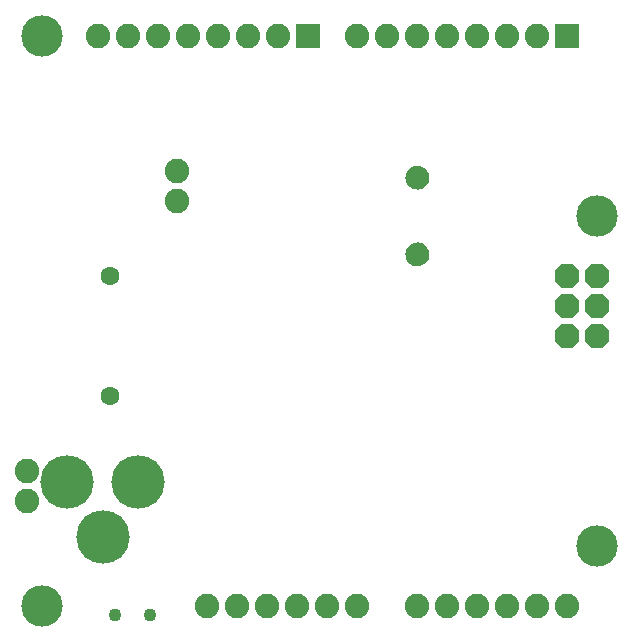
<source format=gbr>
G04 EAGLE Gerber RS-274X export*
G75*
%MOMM*%
%FSLAX34Y34*%
%LPD*%
%INSoldermask Bottom*%
%IPPOS*%
%AMOC8*
5,1,8,0,0,1.08239X$1,22.5*%
G01*
%ADD10C,4.521200*%
%ADD11P,2.254402X8X292.500000*%
%ADD12C,3.505200*%
%ADD13C,2.082800*%
%ADD14R,2.082800X2.082800*%
%ADD15C,1.103200*%
%ADD16C,1.603200*%

G36*
X343127Y377960D02*
X343127Y377960D01*
X343199Y377958D01*
X345035Y378163D01*
X345081Y378177D01*
X345156Y378189D01*
X346917Y378749D01*
X346959Y378772D01*
X347031Y378798D01*
X348648Y379691D01*
X348686Y379721D01*
X348751Y379761D01*
X350163Y380952D01*
X350194Y380989D01*
X350250Y381041D01*
X351403Y382485D01*
X351426Y382527D01*
X351470Y382589D01*
X352319Y384230D01*
X352334Y384276D01*
X352365Y384345D01*
X352878Y386120D01*
X352883Y386168D01*
X352901Y386243D01*
X353057Y388083D01*
X353053Y388127D01*
X353057Y388192D01*
X352897Y390023D01*
X352884Y390069D01*
X352874Y390145D01*
X352360Y391909D01*
X352339Y391953D01*
X352314Y392025D01*
X351465Y393655D01*
X351436Y393693D01*
X351397Y393759D01*
X350247Y395192D01*
X350211Y395224D01*
X350160Y395281D01*
X348752Y396462D01*
X348711Y396486D01*
X348650Y396532D01*
X347038Y397416D01*
X346993Y397431D01*
X346924Y397465D01*
X345171Y398017D01*
X345124Y398023D01*
X345050Y398043D01*
X343223Y398243D01*
X343177Y398239D01*
X343108Y398245D01*
X341432Y398122D01*
X341389Y398111D01*
X341323Y398105D01*
X339693Y397694D01*
X339653Y397675D01*
X339589Y397657D01*
X338056Y396969D01*
X338019Y396944D01*
X337959Y396915D01*
X336569Y395971D01*
X336537Y395940D01*
X336483Y395902D01*
X335277Y394731D01*
X335251Y394695D01*
X335205Y394647D01*
X334221Y393285D01*
X334202Y393244D01*
X334165Y393190D01*
X333432Y391677D01*
X333420Y391634D01*
X333393Y391574D01*
X332935Y389957D01*
X332930Y389912D01*
X332914Y389848D01*
X332743Y388176D01*
X332747Y388128D01*
X332743Y388049D01*
X332909Y386377D01*
X332921Y386334D01*
X332930Y386269D01*
X333384Y384651D01*
X333403Y384610D01*
X333423Y384547D01*
X334151Y383033D01*
X334177Y382997D01*
X334207Y382938D01*
X335188Y381573D01*
X335220Y381542D01*
X335260Y381489D01*
X336462Y380315D01*
X336499Y380290D01*
X336547Y380245D01*
X337935Y379298D01*
X337976Y379280D01*
X338032Y379244D01*
X339563Y378552D01*
X339606Y378541D01*
X339667Y378515D01*
X341296Y378100D01*
X341340Y378097D01*
X341405Y378082D01*
X343080Y377956D01*
X343127Y377960D01*
G37*
G36*
X343127Y312936D02*
X343127Y312936D01*
X343199Y312934D01*
X345035Y313139D01*
X345081Y313153D01*
X345156Y313165D01*
X346917Y313725D01*
X346959Y313748D01*
X347031Y313774D01*
X348648Y314667D01*
X348686Y314697D01*
X348751Y314737D01*
X350163Y315928D01*
X350194Y315965D01*
X350250Y316017D01*
X351403Y317461D01*
X351426Y317503D01*
X351470Y317565D01*
X352319Y319206D01*
X352334Y319252D01*
X352365Y319321D01*
X352878Y321096D01*
X352883Y321144D01*
X352901Y321219D01*
X353057Y323059D01*
X353053Y323103D01*
X353057Y323168D01*
X352897Y324999D01*
X352884Y325045D01*
X352874Y325121D01*
X352360Y326885D01*
X352339Y326929D01*
X352314Y327001D01*
X351465Y328631D01*
X351436Y328669D01*
X351397Y328735D01*
X350247Y330168D01*
X350211Y330200D01*
X350160Y330257D01*
X348752Y331438D01*
X348711Y331462D01*
X348650Y331508D01*
X347038Y332392D01*
X346993Y332407D01*
X346924Y332441D01*
X345171Y332993D01*
X345124Y332999D01*
X345050Y333019D01*
X343223Y333219D01*
X343177Y333215D01*
X343108Y333221D01*
X341432Y333098D01*
X341389Y333087D01*
X341323Y333081D01*
X339693Y332670D01*
X339653Y332651D01*
X339589Y332633D01*
X338056Y331945D01*
X338019Y331920D01*
X337959Y331891D01*
X336569Y330947D01*
X336537Y330916D01*
X336483Y330878D01*
X335277Y329707D01*
X335251Y329671D01*
X335205Y329623D01*
X334221Y328261D01*
X334202Y328220D01*
X334165Y328166D01*
X333432Y326653D01*
X333420Y326610D01*
X333393Y326550D01*
X332935Y324933D01*
X332930Y324888D01*
X332914Y324824D01*
X332743Y323152D01*
X332747Y323104D01*
X332743Y323025D01*
X332909Y321353D01*
X332921Y321310D01*
X332930Y321245D01*
X333384Y319627D01*
X333403Y319586D01*
X333423Y319523D01*
X334151Y318009D01*
X334177Y317973D01*
X334207Y317914D01*
X335188Y316549D01*
X335220Y316518D01*
X335260Y316465D01*
X336462Y315291D01*
X336499Y315266D01*
X336547Y315221D01*
X337935Y314274D01*
X337976Y314256D01*
X338032Y314220D01*
X339563Y313528D01*
X339606Y313517D01*
X339667Y313491D01*
X341296Y313076D01*
X341340Y313073D01*
X341405Y313058D01*
X343080Y312932D01*
X343127Y312936D01*
G37*
D10*
X106520Y130810D03*
X46520Y130810D03*
X76520Y83810D03*
D11*
X469900Y304800D03*
X495300Y304800D03*
X469900Y279400D03*
X495300Y279400D03*
X469900Y254000D03*
X495300Y254000D03*
D12*
X495300Y355600D03*
X495300Y76200D03*
D13*
X165100Y25400D03*
X190500Y25400D03*
X215900Y25400D03*
X241300Y25400D03*
X266700Y25400D03*
X292100Y25400D03*
D14*
X469900Y508000D03*
D13*
X444500Y508000D03*
X419100Y508000D03*
X393700Y508000D03*
X368300Y508000D03*
X342900Y508000D03*
X317500Y508000D03*
X292100Y508000D03*
D14*
X250190Y508000D03*
D13*
X224790Y508000D03*
X199390Y508000D03*
X173990Y508000D03*
X148590Y508000D03*
X123190Y508000D03*
X97790Y508000D03*
X72390Y508000D03*
X342900Y25400D03*
X368300Y25400D03*
X393700Y25400D03*
X419100Y25400D03*
X444500Y25400D03*
X469900Y25400D03*
D12*
X25400Y25400D03*
X25400Y508000D03*
D13*
X139700Y368300D03*
X139700Y393700D03*
X12700Y114300D03*
X12700Y139700D03*
D15*
X116600Y17780D03*
X86600Y17780D03*
D16*
X82550Y304800D03*
X82550Y203200D03*
M02*

</source>
